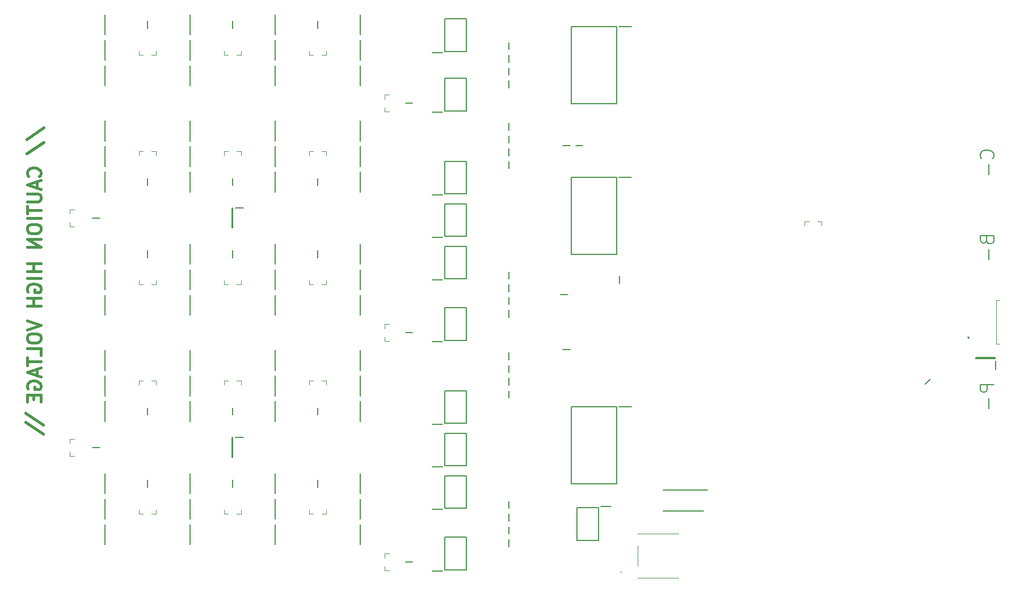
<source format=gbr>
G04 #@! TF.GenerationSoftware,KiCad,Pcbnew,(5.1.5)-3*
G04 #@! TF.CreationDate,2020-06-17T20:43:19-07:00*
G04 #@! TF.ProjectId,BMS Board,424d5320-426f-4617-9264-2e6b69636164,rev?*
G04 #@! TF.SameCoordinates,Original*
G04 #@! TF.FileFunction,Legend,Bot*
G04 #@! TF.FilePolarity,Positive*
%FSLAX46Y46*%
G04 Gerber Fmt 4.6, Leading zero omitted, Abs format (unit mm)*
G04 Created by KiCad (PCBNEW (5.1.5)-3) date 2020-06-17 20:43:19*
%MOMM*%
%LPD*%
G04 APERTURE LIST*
%ADD10C,0.406400*%
%ADD11C,0.203200*%
%ADD12C,0.200000*%
%ADD13C,0.100000*%
%ADD14C,0.120000*%
G04 APERTURE END LIST*
D10*
X140712976Y-360051047D02*
X143325547Y-358309333D01*
X140712976Y-362179809D02*
X143325547Y-360438095D01*
X142648214Y-365566476D02*
X142744976Y-365469714D01*
X142841738Y-365179428D01*
X142841738Y-364985904D01*
X142744976Y-364695619D01*
X142551452Y-364502095D01*
X142357928Y-364405333D01*
X141970880Y-364308571D01*
X141680595Y-364308571D01*
X141293547Y-364405333D01*
X141100023Y-364502095D01*
X140906500Y-364695619D01*
X140809738Y-364985904D01*
X140809738Y-365179428D01*
X140906500Y-365469714D01*
X141003261Y-365566476D01*
X142261166Y-366340571D02*
X142261166Y-367308190D01*
X142841738Y-366147047D02*
X140809738Y-366824380D01*
X142841738Y-367501714D01*
X140809738Y-368179047D02*
X142454690Y-368179047D01*
X142648214Y-368275809D01*
X142744976Y-368372571D01*
X142841738Y-368566095D01*
X142841738Y-368953142D01*
X142744976Y-369146666D01*
X142648214Y-369243428D01*
X142454690Y-369340190D01*
X140809738Y-369340190D01*
X140809738Y-370017523D02*
X140809738Y-371178666D01*
X142841738Y-370598095D02*
X140809738Y-370598095D01*
X142841738Y-371856000D02*
X140809738Y-371856000D01*
X140809738Y-373210666D02*
X140809738Y-373597714D01*
X140906500Y-373791238D01*
X141100023Y-373984761D01*
X141487071Y-374081523D01*
X142164404Y-374081523D01*
X142551452Y-373984761D01*
X142744976Y-373791238D01*
X142841738Y-373597714D01*
X142841738Y-373210666D01*
X142744976Y-373017142D01*
X142551452Y-372823619D01*
X142164404Y-372726857D01*
X141487071Y-372726857D01*
X141100023Y-372823619D01*
X140906500Y-373017142D01*
X140809738Y-373210666D01*
X142841738Y-374952380D02*
X140809738Y-374952380D01*
X142841738Y-376113523D01*
X140809738Y-376113523D01*
X142841738Y-378629333D02*
X140809738Y-378629333D01*
X141777357Y-378629333D02*
X141777357Y-379790476D01*
X142841738Y-379790476D02*
X140809738Y-379790476D01*
X142841738Y-380758095D02*
X140809738Y-380758095D01*
X140906500Y-382790095D02*
X140809738Y-382596571D01*
X140809738Y-382306285D01*
X140906500Y-382016000D01*
X141100023Y-381822476D01*
X141293547Y-381725714D01*
X141680595Y-381628952D01*
X141970880Y-381628952D01*
X142357928Y-381725714D01*
X142551452Y-381822476D01*
X142744976Y-382016000D01*
X142841738Y-382306285D01*
X142841738Y-382499809D01*
X142744976Y-382790095D01*
X142648214Y-382886857D01*
X141970880Y-382886857D01*
X141970880Y-382499809D01*
X142841738Y-383757714D02*
X140809738Y-383757714D01*
X141777357Y-383757714D02*
X141777357Y-384918857D01*
X142841738Y-384918857D02*
X140809738Y-384918857D01*
X140809738Y-387144380D02*
X142841738Y-387821714D01*
X140809738Y-388499047D01*
X140809738Y-389563428D02*
X140809738Y-389950476D01*
X140906500Y-390144000D01*
X141100023Y-390337523D01*
X141487071Y-390434285D01*
X142164404Y-390434285D01*
X142551452Y-390337523D01*
X142744976Y-390144000D01*
X142841738Y-389950476D01*
X142841738Y-389563428D01*
X142744976Y-389369904D01*
X142551452Y-389176380D01*
X142164404Y-389079619D01*
X141487071Y-389079619D01*
X141100023Y-389176380D01*
X140906500Y-389369904D01*
X140809738Y-389563428D01*
X142841738Y-392272761D02*
X142841738Y-391305142D01*
X140809738Y-391305142D01*
X140809738Y-392659809D02*
X140809738Y-393820952D01*
X142841738Y-393240380D02*
X140809738Y-393240380D01*
X142261166Y-394401523D02*
X142261166Y-395369142D01*
X142841738Y-394208000D02*
X140809738Y-394885333D01*
X142841738Y-395562666D01*
X140906500Y-397304380D02*
X140809738Y-397110857D01*
X140809738Y-396820571D01*
X140906500Y-396530285D01*
X141100023Y-396336761D01*
X141293547Y-396240000D01*
X141680595Y-396143238D01*
X141970880Y-396143238D01*
X142357928Y-396240000D01*
X142551452Y-396336761D01*
X142744976Y-396530285D01*
X142841738Y-396820571D01*
X142841738Y-397014095D01*
X142744976Y-397304380D01*
X142648214Y-397401142D01*
X141970880Y-397401142D01*
X141970880Y-397014095D01*
X141777357Y-398272000D02*
X141777357Y-398949333D01*
X142841738Y-399239619D02*
X142841738Y-398272000D01*
X140809738Y-398272000D01*
X140809738Y-399239619D01*
X140616214Y-400981333D02*
X143228785Y-402723047D01*
X140616214Y-402336000D02*
X143228785Y-404077714D01*
D11*
X285081738Y-396672404D02*
X283049738Y-396672404D01*
X283049738Y-397446500D01*
X283146500Y-397640023D01*
X283243261Y-397736785D01*
X283436785Y-397833547D01*
X283727071Y-397833547D01*
X283920595Y-397736785D01*
X284017357Y-397640023D01*
X284114119Y-397446500D01*
X284114119Y-396672404D01*
X284307642Y-398704404D02*
X284307642Y-400252595D01*
X284017357Y-375124738D02*
X284114119Y-375415023D01*
X284210880Y-375511785D01*
X284404404Y-375608547D01*
X284694690Y-375608547D01*
X284888214Y-375511785D01*
X284984976Y-375415023D01*
X285081738Y-375221500D01*
X285081738Y-374447404D01*
X283049738Y-374447404D01*
X283049738Y-375124738D01*
X283146500Y-375318261D01*
X283243261Y-375415023D01*
X283436785Y-375511785D01*
X283630309Y-375511785D01*
X283823833Y-375415023D01*
X283920595Y-375318261D01*
X284017357Y-375124738D01*
X284017357Y-374447404D01*
X284307642Y-376479404D02*
X284307642Y-378027595D01*
X284888214Y-362908547D02*
X284984976Y-362811785D01*
X285081738Y-362521500D01*
X285081738Y-362327976D01*
X284984976Y-362037690D01*
X284791452Y-361844166D01*
X284597928Y-361747404D01*
X284210880Y-361650642D01*
X283920595Y-361650642D01*
X283533547Y-361747404D01*
X283340023Y-361844166D01*
X283146500Y-362037690D01*
X283049738Y-362327976D01*
X283049738Y-362521500D01*
X283146500Y-362811785D01*
X283243261Y-362908547D01*
X284307642Y-363779404D02*
X284307642Y-365327595D01*
D12*
X231025000Y-400010000D02*
X229175000Y-400010000D01*
X228825000Y-411540000D02*
X228825000Y-399990000D01*
X222025000Y-411540000D02*
X228825000Y-411540000D01*
X222025000Y-399990000D02*
X222025000Y-411540000D01*
X228825000Y-399990000D02*
X222025000Y-399990000D01*
X231025000Y-365720000D02*
X229175000Y-365720000D01*
X228825000Y-377250000D02*
X228825000Y-365700000D01*
X222025000Y-377250000D02*
X228825000Y-377250000D01*
X222025000Y-365700000D02*
X222025000Y-377250000D01*
X228825000Y-365700000D02*
X222025000Y-365700000D01*
X231025000Y-343177500D02*
X229175000Y-343177500D01*
X228825000Y-354707500D02*
X228825000Y-343157500D01*
X222025000Y-354707500D02*
X228825000Y-354707500D01*
X222025000Y-343157500D02*
X222025000Y-354707500D01*
X228825000Y-343157500D02*
X222025000Y-343157500D01*
X227947500Y-414932500D02*
X226422500Y-414932500D01*
X226072500Y-419962500D02*
X226072500Y-415062500D01*
X222872500Y-419962500D02*
X226072500Y-419962500D01*
X222872500Y-415062500D02*
X222872500Y-419962500D01*
X226072500Y-415062500D02*
X222872500Y-415062500D01*
X285345000Y-394422500D02*
X285345000Y-393172500D01*
X282385000Y-392822500D02*
X285305000Y-392822500D01*
X282385000Y-392672500D02*
X282385000Y-392822500D01*
X285305000Y-392672500D02*
X282385000Y-392672500D01*
X285305000Y-392822500D02*
X285305000Y-392672500D01*
X173125000Y-404582500D02*
X171875000Y-404582500D01*
X171525000Y-407542500D02*
X171525000Y-404622500D01*
X171375000Y-407542500D02*
X171525000Y-407542500D01*
X171375000Y-404622500D02*
X171375000Y-407542500D01*
X171525000Y-404622500D02*
X171375000Y-404622500D01*
X173125000Y-370292500D02*
X171875000Y-370292500D01*
X171525000Y-373252500D02*
X171525000Y-370332500D01*
X171375000Y-373252500D02*
X171525000Y-373252500D01*
X171375000Y-370332500D02*
X171375000Y-373252500D01*
X171525000Y-370332500D02*
X171375000Y-370332500D01*
X201312500Y-424537500D02*
X202837500Y-424537500D01*
X203187500Y-419507500D02*
X203187500Y-424407500D01*
X206387500Y-419507500D02*
X203187500Y-419507500D01*
X206387500Y-424407500D02*
X206387500Y-419507500D01*
X203187500Y-424407500D02*
X206387500Y-424407500D01*
X201312500Y-415330000D02*
X202837500Y-415330000D01*
X203187500Y-410300000D02*
X203187500Y-415200000D01*
X206387500Y-410300000D02*
X203187500Y-410300000D01*
X206387500Y-415200000D02*
X206387500Y-410300000D01*
X203187500Y-415200000D02*
X206387500Y-415200000D01*
X201312500Y-408980000D02*
X202837500Y-408980000D01*
X203187500Y-403950000D02*
X203187500Y-408850000D01*
X206387500Y-403950000D02*
X203187500Y-403950000D01*
X206387500Y-408850000D02*
X206387500Y-403950000D01*
X203187500Y-408850000D02*
X206387500Y-408850000D01*
X201312500Y-402630000D02*
X202837500Y-402630000D01*
X203187500Y-397600000D02*
X203187500Y-402500000D01*
X206387500Y-397600000D02*
X203187500Y-397600000D01*
X206387500Y-402500000D02*
X206387500Y-397600000D01*
X203187500Y-402500000D02*
X206387500Y-402500000D01*
X201312500Y-390247500D02*
X202837500Y-390247500D01*
X203187500Y-385217500D02*
X203187500Y-390117500D01*
X206387500Y-385217500D02*
X203187500Y-385217500D01*
X206387500Y-390117500D02*
X206387500Y-385217500D01*
X203187500Y-390117500D02*
X206387500Y-390117500D01*
X201312500Y-381040000D02*
X202837500Y-381040000D01*
X203187500Y-376010000D02*
X203187500Y-380910000D01*
X206387500Y-376010000D02*
X203187500Y-376010000D01*
X206387500Y-380910000D02*
X206387500Y-376010000D01*
X203187500Y-380910000D02*
X206387500Y-380910000D01*
X201312500Y-374690000D02*
X202837500Y-374690000D01*
X203187500Y-369660000D02*
X203187500Y-374560000D01*
X206387500Y-369660000D02*
X203187500Y-369660000D01*
X206387500Y-374560000D02*
X206387500Y-369660000D01*
X203187500Y-374560000D02*
X206387500Y-374560000D01*
X201312500Y-368340000D02*
X202837500Y-368340000D01*
X203187500Y-363310000D02*
X203187500Y-368210000D01*
X206387500Y-363310000D02*
X203187500Y-363310000D01*
X206387500Y-368210000D02*
X206387500Y-363310000D01*
X203187500Y-368210000D02*
X206387500Y-368210000D01*
X201312500Y-355957500D02*
X202837500Y-355957500D01*
X203187500Y-350927500D02*
X203187500Y-355827500D01*
X206387500Y-350927500D02*
X203187500Y-350927500D01*
X206387500Y-355827500D02*
X206387500Y-350927500D01*
X203187500Y-355827500D02*
X206387500Y-355827500D01*
X201312500Y-347067500D02*
X202837500Y-347067500D01*
X203187500Y-342037500D02*
X203187500Y-346937500D01*
X206387500Y-342037500D02*
X203187500Y-342037500D01*
X206387500Y-346937500D02*
X206387500Y-342037500D01*
X203187500Y-346937500D02*
X206387500Y-346937500D01*
X220772500Y-391477500D02*
X221822500Y-391477500D01*
X221505000Y-383222500D02*
X220455000Y-383222500D01*
X221822500Y-360997500D02*
X220772500Y-360997500D01*
X223727500Y-360997500D02*
X222677500Y-360997500D01*
X229235000Y-381525000D02*
X229235000Y-380475000D01*
X275643731Y-395868769D02*
X274901269Y-396611231D01*
X190500000Y-420600000D02*
X190500000Y-417600000D01*
X190500000Y-416790000D02*
X190500000Y-413790000D01*
X190500000Y-412980000D02*
X190500000Y-409980000D01*
X177800000Y-420600000D02*
X177800000Y-417600000D01*
X177800000Y-416790000D02*
X177800000Y-413790000D01*
X177800000Y-412980000D02*
X177800000Y-409980000D01*
X165100000Y-420600000D02*
X165100000Y-417600000D01*
X165100000Y-416790000D02*
X165100000Y-413790000D01*
X165100000Y-412980000D02*
X165100000Y-409980000D01*
X152400000Y-420600000D02*
X152400000Y-417600000D01*
X152400000Y-416790000D02*
X152400000Y-413790000D01*
X152400000Y-412980000D02*
X152400000Y-409980000D01*
X152400000Y-399185000D02*
X152400000Y-402185000D01*
X152400000Y-395375000D02*
X152400000Y-398375000D01*
X152400000Y-391565000D02*
X152400000Y-394565000D01*
X165100000Y-391565000D02*
X165100000Y-394565000D01*
X165100000Y-395375000D02*
X165100000Y-398375000D01*
X165100000Y-399185000D02*
X165100000Y-402185000D01*
X177800000Y-399185000D02*
X177800000Y-402185000D01*
X177800000Y-395375000D02*
X177800000Y-398375000D01*
X177800000Y-391565000D02*
X177800000Y-394565000D01*
X190500000Y-399185000D02*
X190500000Y-402185000D01*
X190500000Y-395375000D02*
X190500000Y-398375000D01*
X190500000Y-391565000D02*
X190500000Y-394565000D01*
X190500000Y-386310000D02*
X190500000Y-383310000D01*
X190500000Y-382500000D02*
X190500000Y-379500000D01*
X190500000Y-378690000D02*
X190500000Y-375690000D01*
X177800000Y-386310000D02*
X177800000Y-383310000D01*
X177800000Y-382500000D02*
X177800000Y-379500000D01*
X177800000Y-378690000D02*
X177800000Y-375690000D01*
X165100000Y-386310000D02*
X165100000Y-383310000D01*
X165100000Y-382500000D02*
X165100000Y-379500000D01*
X165100000Y-378690000D02*
X165100000Y-375690000D01*
X152400000Y-386310000D02*
X152400000Y-383310000D01*
X152400000Y-382500000D02*
X152400000Y-379500000D01*
X152400000Y-378690000D02*
X152400000Y-375690000D01*
X152400000Y-364895000D02*
X152400000Y-367895000D01*
X152400000Y-361085000D02*
X152400000Y-364085000D01*
X152400000Y-357275000D02*
X152400000Y-360275000D01*
X165100000Y-364895000D02*
X165100000Y-367895000D01*
X165100000Y-361085000D02*
X165100000Y-364085000D01*
X165100000Y-357275000D02*
X165100000Y-360275000D01*
X177800000Y-364895000D02*
X177800000Y-367895000D01*
X177800000Y-361085000D02*
X177800000Y-364085000D01*
X177800000Y-357275000D02*
X177800000Y-360275000D01*
X190500000Y-364895000D02*
X190500000Y-367895000D01*
X190500000Y-361085000D02*
X190500000Y-364085000D01*
X190500000Y-357275000D02*
X190500000Y-360275000D01*
X190500000Y-352020000D02*
X190500000Y-349020000D01*
X190500000Y-348210000D02*
X190500000Y-345210000D01*
X190500000Y-344400000D02*
X190500000Y-341400000D01*
X177800000Y-352020000D02*
X177800000Y-349020000D01*
X177800000Y-348210000D02*
X177800000Y-345210000D01*
X177800000Y-344400000D02*
X177800000Y-341400000D01*
X165100000Y-352020000D02*
X165100000Y-349020000D01*
X165100000Y-348210000D02*
X165100000Y-345210000D01*
X165100000Y-344400000D02*
X165100000Y-341400000D01*
X152400000Y-352020000D02*
X152400000Y-349020000D01*
X152400000Y-348210000D02*
X152400000Y-345210000D01*
X152400000Y-344400000D02*
X152400000Y-341400000D01*
X197277500Y-423227500D02*
X198327500Y-423227500D01*
X184150000Y-412005000D02*
X184150000Y-410955000D01*
X171450000Y-412005000D02*
X171450000Y-410955000D01*
X158750000Y-412005000D02*
X158750000Y-410955000D01*
X150605000Y-406082500D02*
X151655000Y-406082500D01*
X158750000Y-400160000D02*
X158750000Y-401210000D01*
X171450000Y-400160000D02*
X171450000Y-401210000D01*
X184150000Y-400160000D02*
X184150000Y-401210000D01*
X197277500Y-388937500D02*
X198327500Y-388937500D01*
X184150000Y-377715000D02*
X184150000Y-376665000D01*
X171450000Y-377715000D02*
X171450000Y-376665000D01*
X158750000Y-377715000D02*
X158750000Y-376665000D01*
X150605000Y-371792500D02*
X151655000Y-371792500D01*
X158750000Y-365870000D02*
X158750000Y-366920000D01*
X171450000Y-365870000D02*
X171450000Y-366920000D01*
X184150000Y-365870000D02*
X184150000Y-366920000D01*
X197277500Y-354647500D02*
X198327500Y-354647500D01*
X184150000Y-343425000D02*
X184150000Y-342375000D01*
X171450000Y-343425000D02*
X171450000Y-342375000D01*
X158750000Y-343425000D02*
X158750000Y-342375000D01*
X212725000Y-419845000D02*
X212725000Y-420895000D01*
X212725000Y-417940000D02*
X212725000Y-418990000D01*
X212725000Y-416035000D02*
X212725000Y-417085000D01*
X212725000Y-414130000D02*
X212725000Y-415180000D01*
X212725000Y-397620000D02*
X212725000Y-398670000D01*
X212725000Y-395715000D02*
X212725000Y-396765000D01*
X212725000Y-393810000D02*
X212725000Y-394860000D01*
X212725000Y-391905000D02*
X212725000Y-392955000D01*
X212725000Y-385555000D02*
X212725000Y-386605000D01*
X212725000Y-383650000D02*
X212725000Y-384700000D01*
X212725000Y-381745000D02*
X212725000Y-382795000D01*
X212725000Y-379840000D02*
X212725000Y-380890000D01*
X212725000Y-363330000D02*
X212725000Y-364380000D01*
X212725000Y-361425000D02*
X212725000Y-362475000D01*
X212725000Y-359520000D02*
X212725000Y-360570000D01*
X212725000Y-357615000D02*
X212725000Y-358665000D01*
X212725000Y-351265000D02*
X212725000Y-352315000D01*
X212725000Y-349360000D02*
X212725000Y-350410000D01*
X212725000Y-347455000D02*
X212725000Y-348505000D01*
X212725000Y-345550000D02*
X212725000Y-346600000D01*
X281332500Y-389750000D02*
G75*
G03X281332500Y-389550000I0J100000D01*
G01*
X281332500Y-389550000D02*
G75*
G03X281332500Y-389750000I0J-100000D01*
G01*
X281332500Y-389550000D02*
X281332500Y-389550000D01*
X281332500Y-389750000D02*
X281332500Y-389750000D01*
D13*
X285432500Y-384100000D02*
X285932500Y-384100000D01*
X285432500Y-390600000D02*
X285432500Y-384100000D01*
X285932500Y-390600000D02*
X285432500Y-390600000D01*
X229450000Y-424775000D02*
G75*
G03X229450000Y-424675000I0J50000D01*
G01*
X229450000Y-424675000D02*
G75*
G03X229450000Y-424775000I0J-50000D01*
G01*
X229450000Y-424675000D02*
X229450000Y-424675000D01*
X229450000Y-424775000D02*
X229450000Y-424775000D01*
X231902000Y-423775000D02*
X231902000Y-420775000D01*
X231902000Y-419012000D02*
X237998000Y-419012000D01*
X231902000Y-425538000D02*
X237998000Y-425538000D01*
D12*
X241760000Y-415620000D02*
X235760000Y-415620000D01*
X235760000Y-412420000D02*
X242360000Y-412420000D01*
D14*
X256857500Y-372300500D02*
X256857500Y-372935500D01*
X257492500Y-372300500D02*
X256857500Y-372300500D01*
X259397500Y-372300500D02*
X259397500Y-372935500D01*
X258762500Y-372300500D02*
X259397500Y-372300500D01*
X194183000Y-424497500D02*
X194818000Y-424497500D01*
X194183000Y-423862500D02*
X194183000Y-424497500D01*
X194183000Y-421957500D02*
X194818000Y-421957500D01*
X194183000Y-422592500D02*
X194183000Y-421957500D01*
X185420000Y-416052000D02*
X185420000Y-415417000D01*
X184785000Y-416052000D02*
X185420000Y-416052000D01*
X182880000Y-416052000D02*
X182880000Y-415417000D01*
X183515000Y-416052000D02*
X182880000Y-416052000D01*
X172720000Y-416052000D02*
X172720000Y-415417000D01*
X172085000Y-416052000D02*
X172720000Y-416052000D01*
X170180000Y-416052000D02*
X170180000Y-415417000D01*
X170815000Y-416052000D02*
X170180000Y-416052000D01*
X160020000Y-416052000D02*
X160020000Y-415417000D01*
X159385000Y-416052000D02*
X160020000Y-416052000D01*
X157480000Y-416052000D02*
X157480000Y-415417000D01*
X158115000Y-416052000D02*
X157480000Y-416052000D01*
X147193000Y-407352500D02*
X147828000Y-407352500D01*
X147193000Y-406717500D02*
X147193000Y-407352500D01*
X147193000Y-404812500D02*
X147828000Y-404812500D01*
X147193000Y-405447500D02*
X147193000Y-404812500D01*
X157480000Y-396113000D02*
X157480000Y-396748000D01*
X158115000Y-396113000D02*
X157480000Y-396113000D01*
X160020000Y-396113000D02*
X160020000Y-396748000D01*
X159385000Y-396113000D02*
X160020000Y-396113000D01*
X170180000Y-396113000D02*
X170180000Y-396748000D01*
X170815000Y-396113000D02*
X170180000Y-396113000D01*
X172720000Y-396113000D02*
X172720000Y-396748000D01*
X172085000Y-396113000D02*
X172720000Y-396113000D01*
X182880000Y-396113000D02*
X182880000Y-396748000D01*
X183515000Y-396113000D02*
X182880000Y-396113000D01*
X185420000Y-396113000D02*
X185420000Y-396748000D01*
X184785000Y-396113000D02*
X185420000Y-396113000D01*
X194183000Y-390207500D02*
X194818000Y-390207500D01*
X194183000Y-389572500D02*
X194183000Y-390207500D01*
X194183000Y-387667500D02*
X194818000Y-387667500D01*
X194183000Y-388302500D02*
X194183000Y-387667500D01*
X185420000Y-381762000D02*
X185420000Y-381127000D01*
X184785000Y-381762000D02*
X185420000Y-381762000D01*
X182880000Y-381762000D02*
X182880000Y-381127000D01*
X183515000Y-381762000D02*
X182880000Y-381762000D01*
X172720000Y-381762000D02*
X172720000Y-381127000D01*
X172085000Y-381762000D02*
X172720000Y-381762000D01*
X170180000Y-381762000D02*
X170180000Y-381127000D01*
X170815000Y-381762000D02*
X170180000Y-381762000D01*
X160020000Y-381762000D02*
X160020000Y-381127000D01*
X159385000Y-381762000D02*
X160020000Y-381762000D01*
X157480000Y-381762000D02*
X157480000Y-381127000D01*
X158115000Y-381762000D02*
X157480000Y-381762000D01*
X147193000Y-373062500D02*
X147828000Y-373062500D01*
X147193000Y-372427500D02*
X147193000Y-373062500D01*
X147193000Y-370522500D02*
X147828000Y-370522500D01*
X147193000Y-371157500D02*
X147193000Y-370522500D01*
X157480000Y-361823000D02*
X157480000Y-362458000D01*
X158115000Y-361823000D02*
X157480000Y-361823000D01*
X160020000Y-361823000D02*
X160020000Y-362458000D01*
X159385000Y-361823000D02*
X160020000Y-361823000D01*
X170180000Y-361823000D02*
X170180000Y-362458000D01*
X170815000Y-361823000D02*
X170180000Y-361823000D01*
X172720000Y-361823000D02*
X172720000Y-362458000D01*
X172085000Y-361823000D02*
X172720000Y-361823000D01*
X182880000Y-361823000D02*
X182880000Y-362458000D01*
X183515000Y-361823000D02*
X182880000Y-361823000D01*
X185420000Y-361823000D02*
X185420000Y-362458000D01*
X184785000Y-361823000D02*
X185420000Y-361823000D01*
X194183000Y-355917500D02*
X194818000Y-355917500D01*
X194183000Y-355282500D02*
X194183000Y-355917500D01*
X194183000Y-353377500D02*
X194818000Y-353377500D01*
X194183000Y-354012500D02*
X194183000Y-353377500D01*
X185420000Y-347472000D02*
X185420000Y-346837000D01*
X184785000Y-347472000D02*
X185420000Y-347472000D01*
X182880000Y-347472000D02*
X182880000Y-346837000D01*
X183515000Y-347472000D02*
X182880000Y-347472000D01*
X172720000Y-347472000D02*
X172720000Y-346837000D01*
X172085000Y-347472000D02*
X172720000Y-347472000D01*
X170180000Y-347472000D02*
X170180000Y-346837000D01*
X170815000Y-347472000D02*
X170180000Y-347472000D01*
X160020000Y-347472000D02*
X160020000Y-346837000D01*
X159385000Y-347472000D02*
X160020000Y-347472000D01*
X157480000Y-347472000D02*
X157480000Y-346837000D01*
X158115000Y-347472000D02*
X157480000Y-347472000D01*
M02*

</source>
